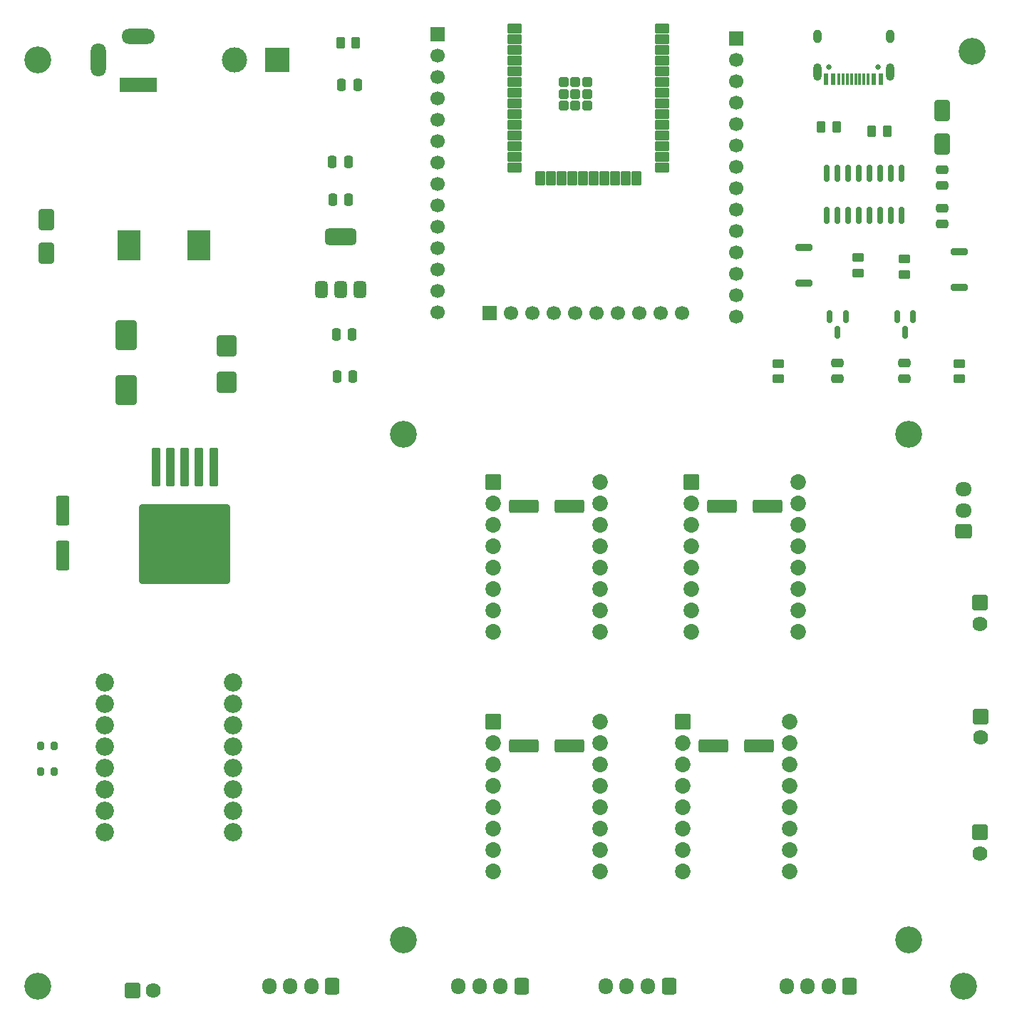
<source format=gbr>
%TF.GenerationSoftware,KiCad,Pcbnew,9.0.6*%
%TF.CreationDate,2025-12-30T14:23:23+05:30*%
%TF.ProjectId,Gantry_PCBv2,47616e74-7279-45f5-9043-4276322e6b69,rev?*%
%TF.SameCoordinates,Original*%
%TF.FileFunction,Soldermask,Top*%
%TF.FilePolarity,Negative*%
%FSLAX46Y46*%
G04 Gerber Fmt 4.6, Leading zero omitted, Abs format (unit mm)*
G04 Created by KiCad (PCBNEW 9.0.6) date 2025-12-30 14:23:23*
%MOMM*%
%LPD*%
G01*
G04 APERTURE LIST*
G04 Aperture macros list*
%AMRoundRect*
0 Rectangle with rounded corners*
0 $1 Rounding radius*
0 $2 $3 $4 $5 $6 $7 $8 $9 X,Y pos of 4 corners*
0 Add a 4 corners polygon primitive as box body*
4,1,4,$2,$3,$4,$5,$6,$7,$8,$9,$2,$3,0*
0 Add four circle primitives for the rounded corners*
1,1,$1+$1,$2,$3*
1,1,$1+$1,$4,$5*
1,1,$1+$1,$6,$7*
1,1,$1+$1,$8,$9*
0 Add four rect primitives between the rounded corners*
20,1,$1+$1,$2,$3,$4,$5,0*
20,1,$1+$1,$4,$5,$6,$7,0*
20,1,$1+$1,$6,$7,$8,$9,0*
20,1,$1+$1,$8,$9,$2,$3,0*%
G04 Aperture macros list end*
%ADD10C,2.184000*%
%ADD11RoundRect,0.250000X-0.262500X-0.450000X0.262500X-0.450000X0.262500X0.450000X-0.262500X0.450000X0*%
%ADD12RoundRect,0.102000X-0.825000X-0.825000X0.825000X-0.825000X0.825000X0.825000X-0.825000X0.825000X0*%
%ADD13C,1.854000*%
%ADD14RoundRect,0.150000X-0.150000X0.587500X-0.150000X-0.587500X0.150000X-0.587500X0.150000X0.587500X0*%
%ADD15RoundRect,0.102000X-0.787500X0.787500X-0.787500X-0.787500X0.787500X-0.787500X0.787500X0.787500X0*%
%ADD16C,1.779000*%
%ADD17RoundRect,0.250000X0.600000X0.725000X-0.600000X0.725000X-0.600000X-0.725000X0.600000X-0.725000X0*%
%ADD18O,1.700000X1.950000*%
%ADD19C,3.200000*%
%ADD20RoundRect,0.102000X-0.787500X-0.787500X0.787500X-0.787500X0.787500X0.787500X-0.787500X0.787500X0*%
%ADD21RoundRect,0.250000X-0.250000X-0.475000X0.250000X-0.475000X0.250000X0.475000X-0.250000X0.475000X0*%
%ADD22RoundRect,0.250000X0.250000X0.475000X-0.250000X0.475000X-0.250000X-0.475000X0.250000X-0.475000X0*%
%ADD23R,1.700000X1.700000*%
%ADD24C,1.700000*%
%ADD25RoundRect,0.250000X0.475000X-0.250000X0.475000X0.250000X-0.475000X0.250000X-0.475000X-0.250000X0*%
%ADD26RoundRect,0.250000X-0.550000X1.500000X-0.550000X-1.500000X0.550000X-1.500000X0.550000X1.500000X0*%
%ADD27RoundRect,0.250000X-0.450000X0.262500X-0.450000X-0.262500X0.450000X-0.262500X0.450000X0.262500X0*%
%ADD28RoundRect,0.250000X-0.900000X1.000000X-0.900000X-1.000000X0.900000X-1.000000X0.900000X1.000000X0*%
%ADD29RoundRect,0.250000X-0.300000X2.050000X-0.300000X-2.050000X0.300000X-2.050000X0.300000X2.050000X0*%
%ADD30RoundRect,0.250002X-5.149998X4.449998X-5.149998X-4.449998X5.149998X-4.449998X5.149998X4.449998X0*%
%ADD31RoundRect,0.102000X-0.750000X-0.450000X0.750000X-0.450000X0.750000X0.450000X-0.750000X0.450000X0*%
%ADD32RoundRect,0.102000X-0.450000X-0.750000X0.450000X-0.750000X0.450000X0.750000X-0.450000X0.750000X0*%
%ADD33RoundRect,0.102000X-0.450000X-0.450000X0.450000X-0.450000X0.450000X0.450000X-0.450000X0.450000X0*%
%ADD34RoundRect,0.200000X-0.800000X0.200000X-0.800000X-0.200000X0.800000X-0.200000X0.800000X0.200000X0*%
%ADD35RoundRect,0.200000X-0.200000X-0.275000X0.200000X-0.275000X0.200000X0.275000X-0.200000X0.275000X0*%
%ADD36C,0.650000*%
%ADD37R,0.600000X1.450000*%
%ADD38R,0.300000X1.450000*%
%ADD39O,1.000000X2.100000*%
%ADD40O,1.000000X1.600000*%
%ADD41R,4.400000X1.800000*%
%ADD42O,4.000000X1.800000*%
%ADD43O,1.800000X4.000000*%
%ADD44RoundRect,0.150000X-0.150000X0.825000X-0.150000X-0.825000X0.150000X-0.825000X0.150000X0.825000X0*%
%ADD45RoundRect,0.250000X1.500000X0.550000X-1.500000X0.550000X-1.500000X-0.550000X1.500000X-0.550000X0*%
%ADD46RoundRect,0.250000X0.725000X-0.600000X0.725000X0.600000X-0.725000X0.600000X-0.725000X-0.600000X0*%
%ADD47O,1.950000X1.700000*%
%ADD48RoundRect,0.250000X0.650000X-1.000000X0.650000X1.000000X-0.650000X1.000000X-0.650000X-1.000000X0*%
%ADD49RoundRect,0.250000X-1.000000X1.500000X-1.000000X-1.500000X1.000000X-1.500000X1.000000X1.500000X0*%
%ADD50R,2.700000X3.600000*%
%ADD51RoundRect,0.375000X0.375000X-0.625000X0.375000X0.625000X-0.375000X0.625000X-0.375000X-0.625000X0*%
%ADD52RoundRect,0.500000X1.400000X-0.500000X1.400000X0.500000X-1.400000X0.500000X-1.400000X-0.500000X0*%
%ADD53R,3.000000X3.000000*%
%ADD54C,3.000000*%
G04 APERTURE END LIST*
D10*
%TO.C,U3*%
X63006000Y-128960000D03*
X63006000Y-131500000D03*
X63006000Y-134040000D03*
X63006000Y-136580000D03*
X63006000Y-139120000D03*
X63006000Y-141660000D03*
X63006000Y-144200000D03*
X63006000Y-146740000D03*
X78246000Y-146740000D03*
X78246000Y-144200000D03*
X78246000Y-141660000D03*
X78246000Y-139120000D03*
X78246000Y-136580000D03*
X78246000Y-134040000D03*
X78246000Y-131500000D03*
X78246000Y-128960000D03*
%TD*%
D11*
%TO.C,R10*%
X148087500Y-63000000D03*
X149912500Y-63000000D03*
%TD*%
D12*
%TO.C,U7*%
X131650000Y-133610000D03*
D13*
X131650000Y-136150000D03*
X131650000Y-138690000D03*
X131650000Y-141230000D03*
X131650000Y-143770000D03*
X131650000Y-146310000D03*
X131650000Y-148850000D03*
X131650000Y-151390000D03*
X144350000Y-151390000D03*
X144350000Y-148850000D03*
X144350000Y-146310000D03*
X144350000Y-143770000D03*
X144350000Y-141230000D03*
X144350000Y-138690000D03*
X144350000Y-136150000D03*
X144350000Y-133610000D03*
%TD*%
D14*
%TO.C,Q2*%
X151000000Y-85500000D03*
X149100000Y-85500000D03*
X150050000Y-87375000D03*
%TD*%
D15*
%TO.C,J10*%
X166975000Y-146750000D03*
D16*
X166975000Y-149250000D03*
%TD*%
D17*
%TO.C,J8*%
X112500000Y-165000000D03*
D18*
X110000000Y-165000000D03*
X107500000Y-165000000D03*
X105000000Y-165000000D03*
%TD*%
D19*
%TO.C,H4*%
X165000000Y-165000000D03*
%TD*%
%TO.C,H7*%
X158500000Y-99500000D03*
%TD*%
D15*
%TO.C,J11*%
X166975000Y-119500000D03*
D16*
X166975000Y-122000000D03*
%TD*%
D11*
%TO.C,R11*%
X154087500Y-63500000D03*
X155912500Y-63500000D03*
%TD*%
D20*
%TO.C,J17*%
X66250000Y-165525000D03*
D16*
X68750000Y-165525000D03*
%TD*%
D21*
%TO.C,C1*%
X91100000Y-58000000D03*
X93000000Y-58000000D03*
%TD*%
D19*
%TO.C,H2*%
X166000000Y-54000000D03*
%TD*%
D22*
%TO.C,C10*%
X91950000Y-71650000D03*
X90050000Y-71650000D03*
%TD*%
D23*
%TO.C,J3*%
X108680000Y-85100000D03*
D24*
X111220000Y-85100000D03*
X113760000Y-85100000D03*
X116300000Y-85100000D03*
X118840000Y-85100000D03*
X121380000Y-85100000D03*
X123920000Y-85100000D03*
X126460000Y-85100000D03*
X129000000Y-85100000D03*
X131540000Y-85100000D03*
%TD*%
D25*
%TO.C,C5*%
X158000000Y-92900000D03*
X158000000Y-91000000D03*
%TD*%
D19*
%TO.C,H3*%
X55000000Y-165000000D03*
%TD*%
D26*
%TO.C,C6*%
X58000000Y-108500000D03*
X58000000Y-113900000D03*
%TD*%
D25*
%TO.C,C3*%
X162500000Y-74500000D03*
X162500000Y-72600000D03*
%TD*%
D19*
%TO.C,H5*%
X98500000Y-99500000D03*
%TD*%
D23*
%TO.C,J1*%
X102500000Y-52020000D03*
D24*
X102500000Y-54560000D03*
X102500000Y-57100000D03*
X102500000Y-59640000D03*
X102500000Y-62180000D03*
X102500000Y-64720000D03*
X102500000Y-67260000D03*
X102500000Y-69800000D03*
X102500000Y-72340000D03*
X102500000Y-74880000D03*
X102500000Y-77420000D03*
X102500000Y-79960000D03*
X102500000Y-82500000D03*
X102500000Y-85040000D03*
%TD*%
D27*
%TO.C,R3*%
X158000000Y-78675000D03*
X158000000Y-80500000D03*
%TD*%
D15*
%TO.C,J12*%
X167000000Y-133000000D03*
D16*
X167000000Y-135500000D03*
%TD*%
D22*
%TO.C,C9*%
X92400000Y-87650000D03*
X90500000Y-87650000D03*
%TD*%
D28*
%TO.C,D15*%
X77500000Y-89000000D03*
X77500000Y-93300000D03*
%TD*%
D17*
%TO.C,J9*%
X151500000Y-165000000D03*
D18*
X149000000Y-165000000D03*
X146500000Y-165000000D03*
X144000000Y-165000000D03*
%TD*%
D19*
%TO.C,H1*%
X55000000Y-55000000D03*
%TD*%
D29*
%TO.C,U4*%
X75900000Y-103350000D03*
X74200000Y-103350000D03*
X72500000Y-103350000D03*
D30*
X72500000Y-112500000D03*
D29*
X70800000Y-103350000D03*
X69100000Y-103350000D03*
%TD*%
D14*
%TO.C,Q1*%
X159000000Y-85500000D03*
X157100000Y-85500000D03*
X158050000Y-87375000D03*
%TD*%
D31*
%TO.C,U1*%
X111655000Y-51340000D03*
X111655000Y-52610000D03*
X111655000Y-53880000D03*
X111655000Y-55150000D03*
X111655000Y-56420000D03*
X111655000Y-57690000D03*
X111655000Y-58960000D03*
X111655000Y-60230000D03*
X111655000Y-61500000D03*
X111655000Y-62770000D03*
X111655000Y-64040000D03*
X111655000Y-65310000D03*
X111655000Y-66580000D03*
X111655000Y-67850000D03*
D32*
X114690000Y-69100000D03*
X115960000Y-69100000D03*
X117230000Y-69100000D03*
X118500000Y-69100000D03*
X119770000Y-69100000D03*
X121040000Y-69100000D03*
X122310000Y-69100000D03*
X123580000Y-69100000D03*
X124850000Y-69100000D03*
X126120000Y-69100000D03*
D31*
X129155000Y-67850000D03*
X129155000Y-66580000D03*
X129155000Y-65310000D03*
X129155000Y-64040000D03*
X129155000Y-62770000D03*
X129155000Y-61500000D03*
X129155000Y-60230000D03*
X129155000Y-58960000D03*
X129155000Y-57690000D03*
X129155000Y-56420000D03*
X129155000Y-55150000D03*
X129155000Y-53880000D03*
X129155000Y-52610000D03*
X129155000Y-51340000D03*
D33*
X117505000Y-57660000D03*
X118905000Y-57660000D03*
X120305000Y-57660000D03*
X117505000Y-59060000D03*
X118905000Y-59060000D03*
X120305000Y-59060000D03*
X117505000Y-60460000D03*
X118905000Y-60460000D03*
X120305000Y-60460000D03*
%TD*%
D17*
%TO.C,J6*%
X90000000Y-165000000D03*
D18*
X87500000Y-165000000D03*
X85000000Y-165000000D03*
X82500000Y-165000000D03*
%TD*%
D12*
%TO.C,U9*%
X132650000Y-105110000D03*
D13*
X132650000Y-107650000D03*
X132650000Y-110190000D03*
X132650000Y-112730000D03*
X132650000Y-115270000D03*
X132650000Y-117810000D03*
X132650000Y-120350000D03*
X132650000Y-122890000D03*
X145350000Y-122890000D03*
X145350000Y-120350000D03*
X145350000Y-117810000D03*
X145350000Y-115270000D03*
X145350000Y-112730000D03*
X145350000Y-110190000D03*
X145350000Y-107650000D03*
X145350000Y-105110000D03*
%TD*%
D17*
%TO.C,J7*%
X130000000Y-165000000D03*
D18*
X127500000Y-165000000D03*
X125000000Y-165000000D03*
X122500000Y-165000000D03*
%TD*%
D34*
%TO.C,SW7*%
X146000000Y-77300000D03*
X146000000Y-81500000D03*
%TD*%
D12*
%TO.C,U6*%
X109150000Y-105110000D03*
D13*
X109150000Y-107650000D03*
X109150000Y-110190000D03*
X109150000Y-112730000D03*
X109150000Y-115270000D03*
X109150000Y-117810000D03*
X109150000Y-120350000D03*
X109150000Y-122890000D03*
X121850000Y-122890000D03*
X121850000Y-120350000D03*
X121850000Y-117810000D03*
X121850000Y-115270000D03*
X121850000Y-112730000D03*
X121850000Y-110190000D03*
X121850000Y-107650000D03*
X121850000Y-105110000D03*
%TD*%
D35*
%TO.C,R9*%
X55350000Y-139500000D03*
X57000000Y-139500000D03*
%TD*%
D36*
%TO.C,J14*%
X154820000Y-55900000D03*
X149040000Y-55900000D03*
D37*
X155180000Y-57345000D03*
X154380000Y-57345000D03*
D38*
X153180000Y-57345000D03*
X152180000Y-57345000D03*
X151680000Y-57345000D03*
X150680000Y-57345000D03*
D37*
X149480000Y-57345000D03*
X148680000Y-57345000D03*
X148680000Y-57345000D03*
X149480000Y-57345000D03*
D38*
X150180000Y-57345000D03*
X151180000Y-57345000D03*
X152680000Y-57345000D03*
X153680000Y-57345000D03*
D37*
X154380000Y-57345000D03*
X155180000Y-57345000D03*
D39*
X156250000Y-56430000D03*
D40*
X156250000Y-52250000D03*
D39*
X147610000Y-56430000D03*
D40*
X147610000Y-52250000D03*
%TD*%
D19*
%TO.C,H8*%
X158500000Y-159500000D03*
%TD*%
D41*
%TO.C,J5*%
X67000000Y-58000000D03*
D42*
X67000000Y-52200000D03*
D43*
X62200000Y-55000000D03*
%TD*%
D44*
%TO.C,U2*%
X157620000Y-68500000D03*
X156350000Y-68500000D03*
X155080000Y-68500000D03*
X153810000Y-68500000D03*
X152540000Y-68500000D03*
X151270000Y-68500000D03*
X150000000Y-68500000D03*
X148730000Y-68500000D03*
X148730000Y-73450000D03*
X150000000Y-73450000D03*
X151270000Y-73450000D03*
X152540000Y-73450000D03*
X153810000Y-73450000D03*
X155080000Y-73450000D03*
X156350000Y-73450000D03*
X157620000Y-73450000D03*
%TD*%
D25*
%TO.C,C4*%
X150000000Y-92900000D03*
X150000000Y-91000000D03*
%TD*%
D45*
%TO.C,C14*%
X140700000Y-136500000D03*
X135300000Y-136500000D03*
%TD*%
D11*
%TO.C,R1*%
X91000000Y-53000000D03*
X92825000Y-53000000D03*
%TD*%
D27*
%TO.C,R5*%
X164500000Y-91087500D03*
X164500000Y-92912500D03*
%TD*%
D34*
%TO.C,SW8*%
X164500000Y-77800000D03*
X164500000Y-82000000D03*
%TD*%
D27*
%TO.C,R2*%
X152500000Y-78500000D03*
X152500000Y-80325000D03*
%TD*%
D45*
%TO.C,C13*%
X118200000Y-136500000D03*
X112800000Y-136500000D03*
%TD*%
D46*
%TO.C,J13*%
X165000000Y-111000000D03*
D47*
X165000000Y-108500000D03*
X165000000Y-106000000D03*
%TD*%
D12*
%TO.C,U8*%
X109150000Y-133610000D03*
D13*
X109150000Y-136150000D03*
X109150000Y-138690000D03*
X109150000Y-141230000D03*
X109150000Y-143770000D03*
X109150000Y-146310000D03*
X109150000Y-148850000D03*
X109150000Y-151390000D03*
X121850000Y-151390000D03*
X121850000Y-148850000D03*
X121850000Y-146310000D03*
X121850000Y-143770000D03*
X121850000Y-141230000D03*
X121850000Y-138690000D03*
X121850000Y-136150000D03*
X121850000Y-133610000D03*
%TD*%
D23*
%TO.C,J2*%
X138000000Y-52480000D03*
D24*
X138000000Y-55020000D03*
X138000000Y-57560000D03*
X138000000Y-60100000D03*
X138000000Y-62640000D03*
X138000000Y-65180000D03*
X138000000Y-67720000D03*
X138000000Y-70260000D03*
X138000000Y-72800000D03*
X138000000Y-75340000D03*
X138000000Y-77880000D03*
X138000000Y-80420000D03*
X138000000Y-82960000D03*
X138000000Y-85500000D03*
%TD*%
D48*
%TO.C,D13*%
X162500000Y-65000000D03*
X162500000Y-61000000D03*
%TD*%
%TO.C,D14*%
X56000000Y-78000000D03*
X56000000Y-74000000D03*
%TD*%
D49*
%TO.C,C7*%
X65500000Y-87750000D03*
X65500000Y-94250000D03*
%TD*%
D35*
%TO.C,R8*%
X55350000Y-136500000D03*
X57000000Y-136500000D03*
%TD*%
D22*
%TO.C,C11*%
X91900000Y-67150000D03*
X90000000Y-67150000D03*
%TD*%
D19*
%TO.C,H6*%
X98500000Y-159500000D03*
%TD*%
D45*
%TO.C,C12*%
X141700000Y-108000000D03*
X136300000Y-108000000D03*
%TD*%
D27*
%TO.C,R4*%
X143000000Y-91087500D03*
X143000000Y-92912500D03*
%TD*%
D50*
%TO.C,L1*%
X74150000Y-77000000D03*
X65850000Y-77000000D03*
%TD*%
D22*
%TO.C,C8*%
X92450000Y-92650000D03*
X90550000Y-92650000D03*
%TD*%
D51*
%TO.C,U5*%
X88700000Y-82300000D03*
X91000000Y-82300000D03*
D52*
X91000000Y-76000000D03*
D51*
X93300000Y-82300000D03*
%TD*%
D53*
%TO.C,J4*%
X83500000Y-55000000D03*
D54*
X78420000Y-55000000D03*
%TD*%
D45*
%TO.C,C15*%
X118200000Y-108000000D03*
X112800000Y-108000000D03*
%TD*%
D25*
%TO.C,C2*%
X162500000Y-69950000D03*
X162500000Y-68050000D03*
%TD*%
M02*

</source>
